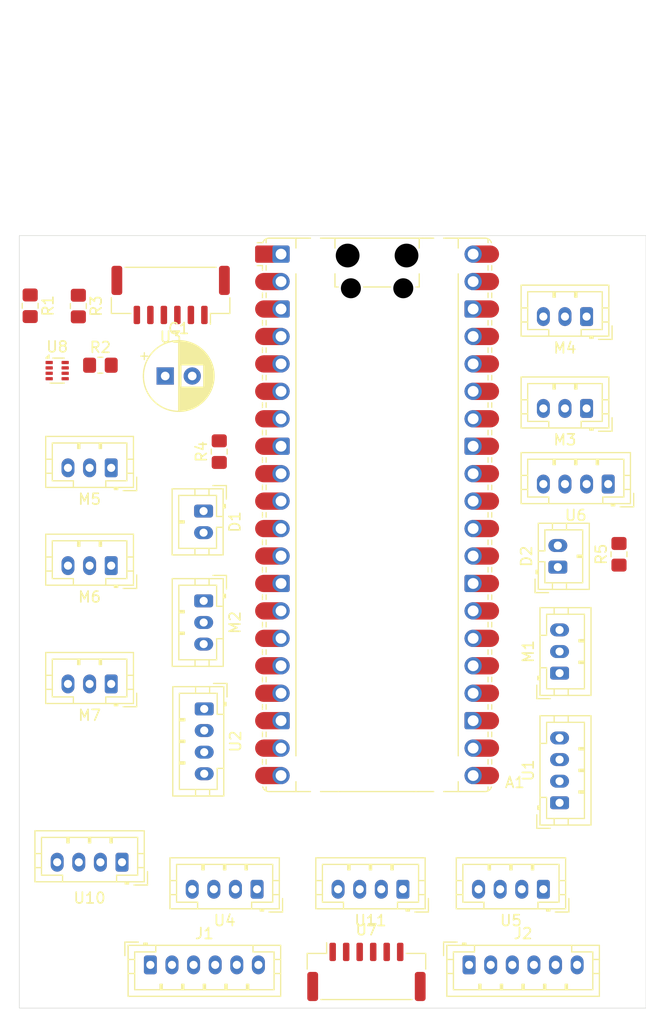
<source format=kicad_pcb>
(kicad_pcb (version 20241229) (generator "pcbnew") (generator_version "9.0")
  (layers (0 "F.Cu" signal) (2 "B.Cu" signal) (5 "F.SilkS" user "F.Silkscreen") (7 "B.SilkS" user "B.Silkscreen") (1 "F.Mask" user) (3 "B.Mask" user) (25 "Edge.Cuts" user))
  (net 0 "")
  (net 1 "/range_3_echo")
  (net 2 "/aileron_left")
  (net 3 "/aileron_right")
  (net 4 "/prop_esc")
  (net 5 "GND")
  (net 6 "/rudder")
  (net 7 "/VUSB")
  (net 8 "/elevator")
  (net 9 "/spi_clock")
  (net 10 "/spi_miso")
  (net 11 "/m7")
  (net 12 "/range_1_echo")
  (net 13 "/radio_rx_mcu_tx")
  (net 14 "/m6")
  (net 16 "/i2c_scl")
  (net 17 "/mission_tx_mcu_rx")
  (net 18 "/mission_rx_mcu_tx")
  (net 20 "/i2c_sda")
  (net 23 "/range_1_trig")
  (net 24 "/radio_rts_mcu_cts")
  (net 25 "/spi_cs_5")
  (net 26 "/radio_cts_mcu_rts")
  (net 27 "+5V")
  (net 28 "/spi_cs_17")
  (net 29 "/range_3_trig")
  (net 30 "/radio_rx_mcu_rx")
  (net 31 "/range_2_trig")
  (net 32 "/spi_mosi")
  (net 33 "/range_2_echo")
  (net 34 "Net-(D1-A)")
  (net 35 "Net-(D2-A)")
  (net 36 "Net-(U8-PR1)")
  (net 37 "/VESC")
  (net 38 "Net-(U8-ST)")
  (net 39 "/radio_tx_mcu_rx")
  (footprint "Resistor_SMD:R_0805_2012Metric_Pad1.20x1.40mm_HandSolder" (layer "F.Cu") (at 177.5 86 -90)
    (property "Reference" "R1" (at 0 -1.65 270) (layer "F.SilkS"))
    (property "Value" "R")
    (pad "1" smd roundrect (at -1 0 270) (size 1.2 1.4) (layers "F.Cu" "F.Mask" "F.Paste") (roundrect_rratio 0.208333) (net 37 "/VESC"))
    (pad "2" smd roundrect (at 1 0 270) (size 1.2 1.4) (layers "F.Cu" "F.Mask" "F.Paste") (roundrect_rratio 0.208333) (net 36 "Net-(U8-PR1)"))
  )
  (footprint "Package_TO_SOT_SMD:SOT-583-8" (layer "F.Cu") (at 180 92)
    (property "Reference" "U8" (at 0 -2.2 0) (layer "F.SilkS"))
    (property "Value" "TPS2117DRLR")
    (pad "1" smd roundrect (at -0.74 -0.75) (size 0.67 0.3) (layers "F.Cu" "F.Mask" "F.Paste") (roundrect_rratio 0.1666666667) (net 5 "GND"))
    (pad "2" smd roundrect (at -0.74 -0.25) (size 0.67 0.3) (layers "F.Cu" "F.Mask" "F.Paste") (roundrect_rratio 0.1666666667) (net 27 "+5V"))
    (pad "3" smd roundrect (at -0.74 0.25) (size 0.67 0.3) (layers "F.Cu" "F.Mask" "F.Paste") (roundrect_rratio 0.1666666667) (net 37 "/VESC"))
    (pad "4" smd roundrect (at -0.74 0.75) (size 0.67 0.3) (layers "F.Cu" "F.Mask" "F.Paste") (roundrect_rratio 0.1666666667) (net 36 "Net-(U8-PR1)"))
    (pad "5" smd roundrect (at 0.74 0.75) (size 0.67 0.3) (layers "F.Cu" "F.Mask" "F.Paste") (roundrect_rratio 0.1666666667) (net 37 "/VESC"))
    (pad "6" smd roundrect (at 0.74 0.25) (size 0.67 0.3) (layers "F.Cu" "F.Mask" "F.Paste") (roundrect_rratio 0.1666666667) (net 7 "/VUSB"))
    (pad "7" smd roundrect (at 0.74 -0.25) (size 0.67 0.3) (layers "F.Cu" "F.Mask" "F.Paste") (roundrect_rratio 0.1666666667) (net 27 "+5V"))
    (pad "8" smd roundrect (at 0.74 -0.75) (size 0.67 0.3) (layers "F.Cu" "F.Mask" "F.Paste") (roundrect_rratio 0.1666666667) (net 38 "Net-(U8-ST)"))
  )
  (footprint "Connector_JST:JST_PH_B3B-PH-K_1x03_P2.00mm_Vertical" (layer "F.Cu") (at 226.5 120 90)
    (property "Reference" "M1" (at 2 -2.9 90) (layer "F.SilkS"))
    (property "Value" "Aileron_Left")
    (pad "1" thru_hole roundrect (at 0 0 90) (size 1.2 1.75) (drill 0.75) (layers "*.Cu" "*.Mask") (roundrect_rratio 0.208333) (net 2 "/aileron_left"))
    (pad "2" thru_hole oval (at 2 0 90) (size 1.2 1.75) (drill 0.75) (layers "*.Cu" "*.Mask") (net 27 "+5V"))
    (pad "3" thru_hole oval (at 4 0 90) (size 1.2 1.75) (drill 0.75) (layers "*.Cu" "*.Mask") (net 5 "GND"))
  )
  (footprint "Capacitor_THT:CP_Radial_D6.3mm_P2.50mm" (layer "F.Cu") (at 190 92.5)
    (property "Reference" "C1" (at 1.25 -4.4 0) (layer "F.SilkS"))
    (property "Value" "C_Polarized")
    (pad "1" thru_hole rect (at 0 0) (size 1.6 1.6) (drill 0.8) (layers "*.Cu" "*.Mask") (net 27 "+5V"))
    (pad "2" thru_hole circle (at 2.5 0) (size 1.6 1.6) (drill 0.8) (layers "*.Cu" "*.Mask") (net 5 "GND"))
  )
  (footprint "Connector_JST:JST_PH_B4B-PH-K_1x04_P2.00mm_Vertical" (layer "F.Cu") (at 212 140 180)
    (property "Reference" "U11" (at 3 -2.9 0) (layer "F.SilkS"))
    (property "Value" "PitotPX4")
    (pad "1" thru_hole roundrect (at 0 0 180) (size 1.2 1.75) (drill 0.75) (layers "*.Cu" "*.Mask") (roundrect_rratio 0.208333) (net 5 "GND"))
    (pad "2" thru_hole oval (at 2 0 180) (size 1.2 1.75) (drill 0.75) (layers "*.Cu" "*.Mask") (net 27 "+5V"))
    (pad "3" thru_hole oval (at 4 0 180) (size 1.2 1.75) (drill 0.75) (layers "*.Cu" "*.Mask") (net 20 "/i2c_sda"))
    (pad "4" thru_hole oval (at 6 0 180) (size 1.2 1.75) (drill 0.75) (layers "*.Cu" "*.Mask") (net 16 "/i2c_scl"))
  )
  (footprint "Resistor_SMD:R_0805_2012Metric_Pad1.20x1.40mm_HandSolder" (layer "F.Cu") (at 181.96 86.025 -90)
    (property "Reference" "R3" (at 0 -1.65 270) (layer "F.SilkS"))
    (property "Value" "10k")
    (pad "1" smd roundrect (at -1 0 270) (size 1.2 1.4) (layers "F.Cu" "F.Mask" "F.Paste") (roundrect_rratio 0.208333) (net 38 "Net-(U8-ST)"))
    (pad "2" smd roundrect (at 1 0 270) (size 1.2 1.4) (layers "F.Cu" "F.Mask" "F.Paste") (roundrect_rratio 0.208333) (net 37 "/VESC"))
  )
  (footprint "Resistor_SMD:R_0805_2012Metric_Pad1.20x1.40mm_HandSolder" (layer "F.Cu") (at 195 99.5 90)
    (property "Reference" "R4" (at 0 -1.65 90) (layer "F.SilkS"))
    (property "Value" "R")
    (pad "1" smd roundrect (at -1 0 90) (size 1.2 1.4) (layers "F.Cu" "F.Mask" "F.Paste") (roundrect_rratio 0.208333) (net 34 "Net-(D1-A)"))
    (pad "2" smd roundrect (at 1 0 90) (size 1.2 1.4) (layers "F.Cu" "F.Mask" "F.Paste") (roundrect_rratio 0.208333) (net 27 "+5V"))
  )
  (footprint "Resistor_SMD:R_0805_2012Metric_Pad1.20x1.40mm_HandSolder" (layer "F.Cu") (at 184 91.5)
    (property "Reference" "R2" (at 0 -1.65 0) (layer "F.SilkS"))
    (property "Value" "R")
    (pad "1" smd roundrect (at -1 0) (size 1.2 1.4) (layers "F.Cu" "F.Mask" "F.Paste") (roundrect_rratio 0.208333) (net 36 "Net-(U8-PR1)"))
    (pad "2" smd roundrect (at 1 0) (size 1.2 1.4) (layers "F.Cu" "F.Mask" "F.Paste") (roundrect_rratio 0.208333) (net 5 "GND"))
  )
  (footprint "Connector_JST:JST_PH_B4B-PH-K_1x04_P2.00mm_Vertical" (layer "F.Cu") (at 225 140 180)
    (property "Reference" "U5" (at 3 -2.9 0) (layer "F.SilkS"))
    (property "Value" "IMU")
    (pad "1" thru_hole roundrect (at 0 0 180) (size 1.2 1.75) (drill 0.75) (layers "*.Cu" "*.Mask") (roundrect_rratio 0.208333) (net 5 "GND"))
    (pad "2" thru_hole oval (at 2 0 180) (size 1.2 1.75) (drill 0.75) (layers "*.Cu" "*.Mask") (net 27 "+5V"))
    (pad "3" thru_hole oval (at 4 0 180) (size 1.2 1.75) (drill 0.75) (layers "*.Cu" "*.Mask") (net 20 "/i2c_sda"))
    (pad "4" thru_hole oval (at 6 0 180) (size 1.2 1.75) (drill 0.75) (layers "*.Cu" "*.Mask") (net 16 "/i2c_scl"))
  )
  (footprint "Connector_JST:JST_PH_B2B-PH-K_1x02_P2.00mm_Vertical" (layer "F.Cu") (at 193.55 105 -90)
    (property "Reference" "D1" (at 1 -2.9 90) (layer "F.SilkS"))
    (property "Value" "LED")
    (pad "1" thru_hole roundrect (at 0 0 270) (size 1.2 1.75) (drill 0.75) (layers "*.Cu" "*.Mask") (roundrect_rratio 0.208333) (net 5 "GND"))
    (pad "2" thru_hole oval (at 2 0 270) (size 1.2 1.75) (drill 0.75) (layers "*.Cu" "*.Mask") (net 34 "Net-(D1-A)"))
  )
  (footprint "Connector_JST:JST_PH_B4B-PH-K_1x04_P2.00mm_Vertical" (layer "F.Cu") (at 186 137.5 180)
    (property "Reference" "U10" (at 3 -3.3125 0) (layer "F.SilkS"))
    (property "Value" "I2C")
    (pad "1" thru_hole roundrect (at 0 0 180) (size 1.2 1.75) (drill 0.75) (layers "*.Cu" "*.Mask") (roundrect_rratio 0.208333) (net 5 "GND"))
    (pad "2" thru_hole oval (at 2 0 180) (size 1.2 1.75) (drill 0.75) (layers "*.Cu" "*.Mask") (net 27 "+5V"))
    (pad "3" thru_hole oval (at 4 0 180) (size 1.2 1.75) (drill 0.75) (layers "*.Cu" "*.Mask") (net 20 "/i2c_sda"))
    (pad "4" thru_hole oval (at 6 0 180) (size 1.2 1.75) (drill 0.75) (layers "*.Cu" "*.Mask") (net 16 "/i2c_scl"))
  )
  (footprint "Connector_JST:JST_PH_B3B-PH-K_1x03_P2.00mm_Vertical" (layer "F.Cu") (at 229 95.5 180)
    (property "Reference" "M3" (at 2 -2.9 0) (layer "F.SilkS"))
    (property "Value" "Elevator")
    (pad "1" thru_hole roundrect (at 0 0 180) (size 1.2 1.75) (drill 0.75) (layers "*.Cu" "*.Mask") (roundrect_rratio 0.208333) (net 8 "/elevator"))
    (pad "2" thru_hole oval (at 2 0 180) (size 1.2 1.75) (drill 0.75) (layers "*.Cu" "*.Mask") (net 27 "+5V"))
    (pad "3" thru_hole oval (at 4 0 180) (size 1.2 1.75) (drill 0.75) (layers "*.Cu" "*.Mask") (net 5 "GND"))
  )
  (footprint "Connector_JST:JST_PH_B2B-PH-K_1x02_P2.00mm_Vertical" (layer "F.Cu") (at 226.34 110.1875 90)
    (property "Reference" "D2" (at 1 -2.9 90) (layer "F.SilkS"))
    (property "Value" "LED")
    (pad "1" thru_hole roundrect (at 0 0 90) (size 1.2 1.75) (drill 0.75) (layers "*.Cu" "*.Mask") (roundrect_rratio 0.208333) (net 5 "GND"))
    (pad "2" thru_hole oval (at 2 0 90) (size 1.2 1.75) (drill 0.75) (layers "*.Cu" "*.Mask") (net 35 "Net-(D2-A)"))
  )
  (footprint "Connector_JST:JST_PH_B6B-PH-K_1x06_P2.00mm_Vertical" (layer "F.Cu") (at 188.625 147)
    (property "Reference" "J1" (at 5 -2.9 0) (layer "F.SilkS"))
    (property "Value" "SPI Bus 17")
    (pad "1" thru_hole roundrect (at 0 0) (size 1.2 1.75) (drill 0.75) (layers "*.Cu" "*.Mask") (roundrect_rratio 0.208333) (net 5 "GND"))
    (pad "2" thru_hole oval (at 2 0) (size 1.2 1.75) (drill 0.75) (layers "*.Cu" "*.Mask") (net 27 "+5V"))
    (pad "3" thru_hole oval (at 4 0) (size 1.2 1.75) (drill 0.75) (layers "*.Cu" "*.Mask") (net 9 "/spi_clock"))
    (pad "4" thru_hole oval (at 6 0) (size 1.2 1.75) (drill 0.75) (layers "*.Cu" "*.Mask") (net 10 "/spi_miso"))
    (pad "5" thru_hole oval (at 8 0) (size 1.2 1.75) (drill 0.75) (layers "*.Cu" "*.Mask") (net 32 "/spi_mosi"))
    (pad "6" thru_hole oval (at 10 0) (size 1.2 1.75) (drill 0.75) (layers "*.Cu" "*.Mask") (net 28 "/spi_cs_17"))
  )
  (footprint "Connector_JST:JST_PH_B3B-PH-K_1x03_P2.00mm_Vertical" (layer "F.Cu") (at 193.56 113.3125 -90)
    (property "Reference" "M2" (at 2 -2.9 90) (layer "F.SilkS"))
    (property "Value" "Aileron_Right")
    (pad "1" thru_hole roundrect (at 0 0 270) (size 1.2 1.75) (drill 0.75) (layers "*.Cu" "*.Mask") (roundrect_rratio 0.208333) (net 3 "/aileron_right"))
    (pad "2" thru_hole oval (at 2 0 270) (size 1.2 1.75) (drill 0.75) (layers "*.Cu" "*.Mask") (net 27 "+5V"))
    (pad "3" thru_hole oval (at 4 0 270) (size 1.2 1.75) (drill 0.75) (layers "*.Cu" "*.Mask") (net 5 "GND"))
  )
  (footprint "Connector_JST:JST_PH_B3B-PH-K_1x03_P2.00mm_Vertical" (layer "F.Cu") (at 185 101 180)
    (property "Reference" "M5" (at 2 -2.9 0) (layer "F.SilkS"))
    (property "Value" "Speed Controller")
    (pad "1" thru_hole roundrect (at 0 0 180) (size 1.2 1.75) (drill 0.75) (layers "*.Cu" "*.Mask") (roundrect_rratio 0.208333) (net 4 "/prop_esc"))
    (pad "2" thru_hole oval (at 2 0 180) (size 1.2 1.75) (drill 0.75) (layers "*.Cu" "*.Mask") (net 27 "+5V"))
    (pad "3" thru_hole oval (at 4 0 180) (size 1.2 1.75) (drill 0.75) (layers "*.Cu" "*.Mask") (net 5 "GND"))
  )
  (footprint "Connector_JST:JST_PH_B3B-PH-K_1x03_P2.00mm_Vertical" (layer "F.Cu") (at 185 121 180)
    (property "Reference" "M7" (at 2 -2.9 0) (layer "F.SilkS"))
    (property "Value" "Unassigned")
    (pad "1" thru_hole roundrect (at 0 0 180) (size 1.2 1.75) (drill 0.75) (layers "*.Cu" "*.Mask") (roundrect_rratio 0.208333) (net 11 "/m7"))
    (pad "2" thru_hole oval (at 2 0 180) (size 1.2 1.75) (drill 0.75) (layers "*.Cu" "*.Mask") (net 27 "+5V"))
    (pad "3" thru_hole oval (at 4 0 180) (size 1.2 1.75) (drill 0.75) (layers "*.Cu" "*.Mask") (net 5 "GND"))
  )
  (footprint "Connector_JST:JST_PH_B4B-PH-K_1x04_P2.00mm_Vertical" (layer "F.Cu") (at 198.5 140 180)
    (property "Reference" "U4" (at 3 -2.9 0) (layer "F.SilkS"))
    (property "Value" "TBD Ranging")
    (pad "1" thru_hole roundrect (at 0 0 180) (size 1.2 1.75) (drill 0.75) (layers "*.Cu" "*.Mask") (roundrect_rratio 0.208333) (net 5 "GND"))
    (pad "2" thru_hole oval (at 2 0 180) (size 1.2 1.75) (drill 0.75) (layers "*.Cu" "*.Mask") (net 29 "/range_3_trig"))
    (pad "3" thru_hole oval (at 4 0 180) (size 1.2 1.75) (drill 0.75) (layers "*.Cu" "*.Mask") (net 1 "/range_3_echo"))
    (pad "4" thru_hole oval (at 6 0 180) (size 1.2 1.75) (drill 0.75) (layers "*.Cu" "*.Mask") (net 27 "+5V"))
  )
  (footprint "Connector_JST:JST_GH_SM06B-GHS-TB_1x06-1MP_P1.25mm_Horizontal" (layer "F.Cu") (at 208.625 147.65)
    (property "Reference" "U7" (at 0 -3.9 0) (layer "F.SilkS"))
    (property "Value" "MissionComputerSerial")
    (pad "1" smd roundrect (at -3.125 -1.85) (size 0.6 1.7) (layers "F.Cu" "F.Mask" "F.Paste") (net 7 "/VUSB"))
    (pad "2" smd roundrect (at -1.875 -1.85) (size 0.6 1.7) (layers "F.Cu" "F.Mask" "F.Paste") (net 17 "/mission_tx_mcu_rx"))
    (pad "3" smd roundrect (at -0.625 -1.85) (size 0.6 1.7) (layers "F.Cu" "F.Mask" "F.Paste") (net 18 "/mission_rx_mcu_tx"))
    (pad "4" smd roundrect (at 0.625 -1.85) (size 0.6 1.7) (layers "F.Cu" "F.Mask" "F.Paste"))
    (pad "5" smd roundrect (at 1.875 -1.85) (size 0.6 1.7) (layers "F.Cu" "F.Mask" "F.Paste"))
    (pad "6" smd roundrect (at 3.125 -1.85) (size 0.6 1.7) (layers "F.Cu" "F.Mask" "F.Paste") (net 5 "GND"))
    (pad "MP" smd roundrect (at -4.975 1.35) (size 1 2.7) (layers "F.Cu" "F.Mask" "F.Paste"))
    (pad "MP" smd roundrect (at 4.975 1.35) (size 1 2.7) (layers "F.Cu" "F.Mask" "F.Paste"))
  )
  (footprint "Connector_JST:JST_GH_SM06B-GHS-TB_1x06-1MP_P1.25mm_Horizontal" (layer "F.Cu") (at 190.5 85 180)
    (property "Reference" "U3" (at 0 -3.9 0) (layer "F.SilkS"))
    (property "Value" "PX4TelemRadio")
    (pad "1" smd roundrect (at -3.125 -1.85 180) (size 0.6 1.7) (layers "F.Cu" "F.Mask" "F.Paste") (net 27 "+5V"))
    (pad "2" smd roundrect (at -1.875 -1.85 180) (size 0.6 1.7) (layers "F.Cu" "F.Mask" "F.Paste") (net 39 "/radio_tx_mcu_rx"))
    (pad "3" smd roundrect (at -0.625 -1.85 180) (size 0.6 1.7) (layers "F.Cu" "F.Mask" "F.Paste") (net 13 "/radio_rx_mcu_tx"))
    (pad "4" smd roundrect (at 0.625 -1.85 180) (size 0.6 1.7) (layers "F.Cu" "F.Mask" "F.Paste") (net 26 "/radio_cts_mcu_rts"))
    (pad "5" smd roundrect (at 1.875 -1.85 180) (size 0.6 1.7) (layers "F.Cu" "F.Mask" "F.Paste") (net 24 "/radio_rts_mcu_cts"))
    (pad "6" smd roundrect (at 3.125 -1.85 180) (size 0.6 1.7) (layers "F.Cu" "F.Mask" "F.Paste") (net 5 "GND"))
    (pad "MP" smd roundrect (at -4.975 1.35 180) (size 1 2.7) (layers "F.Cu" "F.Mask" "F.Paste"))
    (pad "MP" smd roundrect (at 4.975 1.35 180) (size 1 2.7) (layers "F.Cu" "F.Mask" "F.Paste"))
  )
  (footprint "Connector_JST:JST_PH_B3B-PH-K_1x03_P2.00mm_Vertical" (layer "F.Cu") (at 185 110.05 180)
    (property "Reference" "M6" (at 2 -2.9 0) (layer "F.SilkS"))
    (property "Value" "Unassigned")
    (pad "1" thru_hole roundrect (at 0 0 180) (size 1.2 1.75) (drill 0.75) (layers "*.Cu" "*.Mask") (roundrect_rratio 0.208333) (net 14 "/m6"))
    (pad "2" thru_hole oval (at 2 0 180) (size 1.2 1.75) (drill 0.75) (layers "*.Cu" "*.Mask") (net 27 "+5V"))
    (pad "3" thru_hole oval (at 4 0 180) (size 1.2 1.75) (drill 0.75) (layers "*.Cu" "*.Mask") (net 5 "GND"))
  )
  (footprint "Connector_JST:JST_PH_B4B-PH-K_1x04_P2.00mm_Vertical" (layer "F.Cu") (at 226.5 132 90)
    (property "Reference" "U1" (at 3 -2.9 90) (layer "F.SilkS"))
    (property "Value" "Left Ranging")
    (pad "1" thru_hole roundrect (at 0 0 90) (size 1.2 1.75) (drill 0.75) (layers "*.Cu" "*.Mask") (roundrect_rratio 0.208333) (net 5 "GND"))
    (pad "2" thru_hole oval (at 2 0 90) (size 1.2 1.75) (drill 0.75) (layers "*.Cu" "*.Mask") (net 23 "/range_1_trig"))
    (pad "3" thru_hole oval (at 4 0 90) (size 1.2 1.75) (drill 0.75) (layers "*.Cu" "*.Mask") (net 12 "/range_1_echo"))
    (pad "4" thru_hole oval (at 6 0 90) (size 1.2 1.75) (drill 0.75) (layers "*.Cu" "*.Mask") (net 27 "+5V"))
  )
  (footprint "Resistor_SMD:R_0805_2012Metric_Pad1.20x1.40mm_HandSolder" (layer "F.Cu") (at 232 109 90)
    (property "Reference" "R5" (at 0 -1.65 90) (layer "F.SilkS"))
    (property "Value" "R")
    (pad "1" smd roundrect (at -1 0 90) (size 1.2 1.4) (layers "F.Cu" "F.Mask" "F.Paste") (roundrect_rratio 0.208333) (net 35 "Net-(D2-A)"))
    (pad "2" smd roundrect (at 1 0 90) (size 1.2 1.4) (layers "F.Cu" "F.Mask" "F.Paste") (roundrect_rratio 0.208333) (net 27 "+5V"))
  )
  (footprint "Module:RaspberryPi_Pico_Common_Unspecified" (layer "F.Cu") (at 209.61 105.35)
    (property "Reference" "A1" (at 11.7475 24.765 0) (layer "F.SilkS") (effects (justify left)))
    (property "Value" "RaspberryPi_Pico")
    (pad "" np_thru_hole circle (at -2.725 -24) (size 2.2 2.2) (drill 2.2) (layers "*.Mask"))
    (pad "" np_thru_hole circle (at -2.425 -20.97) (size 1.85 1.85) (drill 1.85) (layers "*.Mask"))
    (pad "" np_thru_hole circle (at 2.425 -20.97) (size 1.85 1.85) (drill 1.85) (layers "*.Mask"))
    (pad "" np_thru_hole circle (at 2.725 -24) (size 2.2 2.2) (drill 2.2) (layers "*.Mask"))
    (pad "1" smd custom (at -9.69 -24.13) (size 1.6 0.8) (layers "F.Cu" "F.Mask") (net 13 "/radio_rx_mcu_tx") (options (clearance outline) (anchor rect)) (primitives (gr_circle (center 0.8 0) (end 1.6 0) (width 0) (fill yes)) (gr_poly (pts (xy -1.6 -0.6) (xy -1.6 0.6) (xy -1.4 0.8) (xy 0.8 0.8) (xy 0.8 -0.8) (xy -1.4 -0.8)) (width 0) (fill yes)) (gr_circle (center -1.4 -0.6) (end -1.2 -0.6) (width 0) (fill yes)) (gr_circle (center -1.4 0.6) (end -1.2 0.6) (width 0) (fill yes))))
    (pad "1" thru_hole roundrect (at -8.89 -24.13) (size 1.6 1.6) (drill 1) (layers "*.Cu" "*.Mask") (roundrect_rratio 0.125) (net 13 "/radio_rx_mcu_tx"))
    (pad "2" smd roundrect (at -9.69 -21.59) (size 3.2 1.6) (layers "F.Cu" "F.Mask") (roundrect_rratio 0.5) (net 30 "/radio_rx_mcu_rx"))
    (pad "2" thru_hole circle (at -8.89 -21.59) (size 1.6 1.6) (drill 1) (layers "*.Cu" "*.Mask") (net 30 "/radio_rx_mcu_rx"))
    (pad "3" smd custom (at -9.69 -19.05) (size 1.6 0.8) (layers "F.Cu" "F.Mask") (net 5 "GND") (options (clearance outline) (anchor rect)) (primitives (gr_circle (center -0.8 0) (end 0 0) (width 0) (fill yes)) (gr_poly (pts (xy 1.6 -0.6) (xy 1.6 0.6) (xy 1.4 0.8) (xy -0.8 0.8) (xy -0.8 -0.8) (xy 1.4 -0.8)) (width 0) (fill yes)) (gr_circle (center 1.4 -0.6) (end 1.6 -0.6) (width 0) (fill yes)) (gr_circle (center 1.4 0.6) (end 1.6 0.6) (width 0) (fill yes))))
    (pad "3" thru_hole custom (at -8.89 -19.05) (size 1.6 1.6) (drill 1) (layers "*.Cu" "*.Mask") (net 5 "GND") (options (clearance outline) (anchor circle)) (primitives (gr_poly (pts (xy 0.8 0.6) (xy 0.8 -0.6) (xy 0.6 -0.8) (xy 0 -0.8) (xy 0 0.8) (xy 0.6 0.8)) (width 0) (fill yes)) (gr_circle (center 0.6 0.6) (end 0.8 0.6) (width 0) (fill yes)) (gr_circle (center 0.6 -0.6) (end 0.8 -0.6) (width 0) (fill yes))))
    (pad "4" smd roundrect (at -9.69 -16.51) (size 3.2 1.6) (layers "F.Cu" "F.Mask") (roundrect_rratio 0.5) (net 24 "/radio_rts_mcu_cts"))
    (pad "4" thru_hole circle (at -8.89 -16.51) (size 1.6 1.6) (drill 1) (layers "*.Cu" "*.Mask") (net 24 "/radio_rts_mcu_cts"))
    (pad "5" smd roundrect (at -9.69 -13.97) (size 3.2 1.6) (layers "F.Cu" "F.Mask") (roundrect_rratio 0.5) (net 26 "/radio_cts_mcu_rts"))
    (pad "5" thru_hole circle (at -8.89 -13.97) (size 1.6 1.6) (drill 1) (layers "*.Cu" "*.Mask") (net 26 "/radio_cts_mcu_rts"))
    (pad "6" smd roundrect (at -9.69 -11.43) (size 3.2 1.6) (layers "F.Cu" "F.Mask") (roundrect_rratio 0.5) (net 23 "/range_1_trig"))
    (pad "6" thru_hole circle (at -8.89 -11.43) (size 1.6 1.6) (drill 1) (layers "*.Cu" "*.Mask") (net 23 "/range_1_trig"))
    (pad "7" smd roundrect (at -9.69 -8.89) (size 3.2 1.6) (layers "F.Cu" "F.Mask") (roundrect_rratio 0.5) (net 25 "/spi_cs_5"))
    (pad "7" thru_hole circle (at -8.89 -8.89) (size 1.6 1.6) (drill 1) (layers "*.Cu" "*.Mask") (net 25 "/spi_cs_5"))
    (pad "8" smd custom (at -9.69 -6.35) (size 1.6 0.8) (layers "F.Cu" "F.Mask") (net 5 "GND") (options (clearance outline) (anchor rect)) (primitives (gr_circle (center -0.8 0) (end 0 0) (width 0) (fill yes)) (gr_poly (pts (xy 1.6 -0.6) (xy 1.6 0.6) (xy 1.4 0.8) (xy -0.8 0.8) (xy -0.8 -0.8) (xy 1.4 -0.8)) (width 0) (fill yes)) (gr_circle (center 1.4 -0.6) (end 1.6 -0.6) (width 0) (fill yes)) (gr_circle (center 1.4 0.6) (end 1.6 0.6) (width 0) (fill yes))))
    (pad "8" thru_hole custom (at -8.89 -6.35) (size 1.6 1.6) (drill 1) (layers "*.Cu" "*.Mask") (net 5 "GND") (options (clearance outline) (anchor circle)) (primitives (gr_poly (pts (xy 0.8 0.6) (xy 0.8 -0.6) (xy 0.6 -0.8) (xy 0 -0.8) (xy 0 0.8) (xy 0.6 0.8)) (width 0) (fill yes)) (gr_circle (center 0.6 0.6) (end 0.8 0.6) (width 0) (fill yes)) (gr_circle (center 0.6 -0.6) (end 0.8 -0.6) (width 0) (fill yes))))
    (pad "9" smd roundrect (at -9.69 -3.81) (size 3.2 1.6) (layers "F.Cu" "F.Mask") (roundrect_rratio 0.5) (net 2 "/aileron_left"))
    (pad "9" thru_hole circle (at -8.89 -3.81) (size 1.6 1.6) (drill 1) (layers "*.Cu" "*.Mask") (net 2 "/aileron_left"))
    (pad "10" smd roundrect (at -9.69 -1.27) (size 3.2 1.6) (layers "F.Cu" "F.Mask") (roundrect_rratio 0.5) (net 3 "/aileron_right"))
    (pad "10" thru_hole circle (at -8.89 -1.27) (size 1.6 1.6) (drill 1) (layers "*.Cu" "*.Mask") (net 3 "/aileron_right"))
    (pad "11" smd roundrect (at -9.69 1.27) (size 3.2 1.6) (layers "F.Cu" "F.Mask") (roundrect_rratio 0.5) (net 6 "/rudder"))
    (pad "11" thru_hole circle (at -8.89 1.27) (size 1.6 1.6) (drill 1) (layers "*.Cu" "*.Mask") (net 6 "/rudder"))
    (pad "12" smd roundrect (at -9.69 3.81) (size 3.2 1.6) (layers "F.Cu" "F.Mask") (roundrect_rratio 0.5) (net 8 "/elevator"))
    (pad "12" thru_hole circle (at -8.89 3.81) (size 1.6 1.6) (drill 1) (layers "*.Cu" "*.Mask") (net 8 "/elevator"))
    (pad "13" smd custom (at -9.69 6.35) (size 1.6 0.8) (layers "F.Cu" "F.Mask") (net 5 "GND") (options (clearance outline) (anchor rect)) (primitives (gr_circle (center -0.8 0) (end 0 0) (width 0) (fill yes)) (gr_poly (pts (xy 1.6 -0.6) (xy 1.6 0.6) (xy 1.4 0.8) (xy -0.8 0.8) (xy -0.8 -0.8) (xy 1.4 -0.8)) (width 0) (fill yes)) (gr_circle (center 1.4 -0.6) (end 1.6 -0.6) (width 0) (fill yes)) (gr_circle (center 1.4 0.6) (end 1.6 0.6) (width 0) (fill yes))))
    (pad "13" thru_hole custom (at -8.89 6.35) (size 1.6 1.6) (drill 1) (layers "*.Cu" "*.Mask") (net 5 "GND") (options (clearance outline) (anchor circle)) (primitives (gr_poly (pts (xy 0.8 0.6) (xy 0.8 -0.6) (xy 0.6 -0.8) (xy 0 -0.8) (xy 0 0.8) (xy 0.6 0.8)) (width 0) (fill yes)) (gr_circle (center 0.6 0.6) (end 0.8 0.6) (width 0) (fill yes)) (gr_circle (center 0.6 -0.6) (end 0.8 -0.6) (width 0) (fill yes))))
    (pad "14" smd roundrect (at -9.69 8.89) (size 3.2 1.6) (layers "F.Cu" "F.Mask") (roundrect_rratio 0.5) (net 4 "/prop_esc"))
    (pad "14" thru_hole circle (at -8.89 8.89) (size 1.6 1.6) (drill 1) (layers "*.Cu" "*.Mask") (net 4 "/prop_esc"))
    (pad "15" smd roundrect (at -9.69 11.43) (size 3.2 1.6) (layers "F.Cu" "F.Mask") (roundrect_rratio 0.5) (net 1 "/range_3_echo"))
    (pad "15" thru_hole circle (at -8.89 11.43) (size 1.6 1.6) (drill 1) (layers "*.Cu" "*.Mask") (net 1 "/range_3_echo"))
    (pad "16" smd roundrect (at -9.69 13.97) (size 3.2 1.6) (layers "F.Cu" "F.Mask") (roundrect_rratio 0.5) (net 14 "/m6"))
    (pad "16" thru_hole circle (at -8.89 13.97) (size 1.6 1.6) (drill 1) (layers "*.Cu" "*.Mask") (net 14 "/m6"))
    (pad "17" smd roundrect (at -9.69 16.51) (size 3.2 1.6) (layers "F.Cu" "F.Mask") (roundrect_rratio 0.5) (net 11 "/m7"))
    (pad "17" thru_hole circle (at -8.89 16.51) (size 1.6 1.6) (drill 1) (layers "*.Cu" "*.Mask") (net 11 "/m7"))
    (pad "18" smd custom (at -9.69 19.05) (size 1.6 0.8) (layers "F.Cu" "F.Mask") (net 5 "GND") (options (clearance outline) (anchor rect)) (primitives (gr_circle (center -0.8 0) (end 0 0) (width 0) (fill yes)) (gr_poly (pts (xy 1.6 -0.6) (xy 1.6 0.6) (xy 1.4 0.8) (xy -0.8 0.8) (xy -0.8 -0.8) (xy 1.4 -0.8)) (width 0) (fill yes)) (gr_circle (center 1.4 -0.6) (end 1.6 -0.6) (width 0) (fill yes)) (gr_circle (center 1.4 0.6) (end 1.6 0.6) (width 0) (fill yes))))
    (pad "18" thru_hole custom (at -8.89 19.05) (size 1.6 1.6) (drill 1) (layers "*.Cu" "*.Mask") (net 5 "GND") (options (clearance outline) (anchor circle)) (primitives (gr_poly (pts (xy 0.8 0.6) (xy 0.8 -0.6) (xy 0.6 -0.8) (xy 0 -0.8) (xy 0 0.8) (xy 0.6 0.8)) (width 0) (fill yes)) (gr_circle (center 0.6 0.6) (end 0.8 0.6) (width 0) (fill yes)) (gr_circle (center 0.6 -0.6) (end 0.8 -0.6) (width 0) (fill yes))))
    (pad "19" smd roundrect (at -9.69 21.59) (size 3.2 1.6) (layers "F.Cu" "F.Mask") (roundrect_rratio 0.5) (net 20 "/i2c_sda"))
    (pad "19" thru_hole circle (at -8.89 21.59) (size 1.6 1.6) (drill 1) (layers "*.Cu" "*.Mask") (net 20 "/i2c_sda"))
    (pad "20" smd roundrect (at -9.69 24.13) (size 3.2 1.6) (layers "F.Cu" "F.Mask") (roundrect_rratio 0.5) (net 16 "/i2c_scl"))
    (pad "20" thru_hole circle (at -8.89 24.13) (size 1.6 1.6) (drill 1) (layers "*.Cu" "*.Mask") (net 16 "/i2c_scl"))
    (pad "21" thru_hole circle (at 8.89 24.13) (size 1.6 1.6) (drill 1) (layers "*.Cu" "*.Mask") (net 10 "/spi_miso"))
    (pad "21" smd roundrect (at 9.69 24.13) (size 3.2 1.6) (layers "F.Cu" "F.Mask") (roundrect_rratio 0.5) (net 10 "/spi_miso"))
    (pad "22" thru_hole circle (at 8.89 21.59) (size 1.6 1.6) (drill 1) (layers "*.Cu" "*.Mask") (net 28 "/spi_cs_17"))
    (pad "22" smd roundrect (at 9.69 21.59) (size 3.2 1.6) (layers "F.Cu" "F.Mask") (roundrect_rratio 0.5) (net 28 "/spi_cs_17"))
    (pad "23" thru_hole custom (at 8.89 19.05) (size 1.6 1.6) (drill 1) (layers "*.Cu" "*.Mask") (net 5 "GND") (options (clearance outline) (anchor circle)) (primitives (gr_poly (pts (xy -0.8 0.6) (xy -0.8 -0.6) (xy -0.6 -0.8) (xy 0 -0.8) (xy 0 0.8) (xy -0.6 0.8)) (width 0) (fill yes)) (gr_circle (center -0.6 0.6) (end -0.4 0.6) (width 0) (fill yes)) (gr_circle (center -0.6 -0.6) (end -0.4 -0.6) (width 0) (fill yes))))
    (pad "23" smd custom (at 9.69 19.05) (size 1.6 0.8) (layers "F.Cu" "F.Mask") (net 5 "GND") (options (clearance outline) (anchor rect)) (primitives (gr_circle (center 0.8 0) (end 1.6 0) (width 0) (fill yes)) (gr_poly (pts (xy -1.6 -0.6) (xy -1.6 0.6) (xy -1.4 0.8) (xy 0.8 0.8) (xy 0.8 -0.8) (xy -1.4 -0.8)) (width 0) (fill yes)) (gr_circle (center -1.4 -0.6) (end -1.2 -0.6) (width 0) (fill yes)) (gr_circle (center -1.4 0.6) (end -1.2 0.6) (width 0) (fill yes))))
    (pad "24" thru_hole circle (at 8.89 16.51) (size 1.6 1.6) (drill 1) (layers "*.Cu" "*.Mask") (net 9 "/spi_clock"))
    (pad "24" smd roundrect (at 9.69 16.51) (size 3.2 1.6) (layers "F.Cu" "F.Mask") (roundrect_rratio 0.5) (net 9 "/spi_clock"))
    (pad "25" thru_hole circle (at 8.89 13.97) (size 1.6 1.6) (drill 1) (layers "*.Cu" "*.Mask") (net 32 "/spi_mosi"))
    (pad "25" smd roundrect (at 9.69 13.97) (size 3.2 1.6) (layers "F.Cu" "F.Mask") (roundrect_rratio 0.5) (net 32 "/spi_mosi"))
    (pad "26" thru_hole circle (at 8.89 11.43) (size 1.6 1.6) (drill 1) (layers "*.Cu" "*.Mask") (net 18 "/mission_rx_mcu_tx"))
    (pad "26" smd roundrect (at 9.69 11.43) (size 3.2 1.6) (layers "F.Cu" "F.Mask") (roundrect_rratio 0.5) (net 18 "/mission_rx_mcu_tx"))
    (pad "27" thru_hole circle (at 8.89 8.89) (size 1.6 1.6) (drill 1) (layers "*.Cu" "*.Mask") (net 17 "/mission_tx_mcu_rx"))
    (pad "27" smd roundrect (at 9.69 8.89) (size 3.2 1.6) (layers "F.Cu" "F.Mask") (roundrect_rratio 0.5) (net 17 "/mission_tx_mcu_rx"))
    (pad "28" thru_hole custom (at 8.89 6.35) (size 1.6 1.6) (drill 1) (layers "*.Cu" "*.Mask") (net 5 "GND") (options (clearance outline) (anchor circle)) (primitives (gr_poly (pts (xy -0.8 0.6) (xy -0.8 -0.6) (xy -0.6 -0.8) (xy 0 -0.8) (xy 0 0.8) (xy -0.6 0.8)) (width 0) (fill yes)) (gr_circle (center -0.6 0.6) (end -0.4 0.6) (width 0) (fill yes)) (gr_circle (center -0.6 -0.6) (end -0.4 -0.6) (width 0) (fill yes))))
    (pad "28" smd custom (at 9.69 6.35) (size 1.6 0.8) (layers "F.Cu" "F.Mask") (net 5 "GND") (options (clearance outline) (anchor rect)) (primitives (gr_circle (center 0.8 0) (end 1.6 0) (width 0) (fill yes)) (gr_poly (pts (xy -1.6 -0.6) (xy -1.6 0.6) (xy -1.4 0.8) (xy 0.8 0.8) (xy 0.8 -0.8) (xy -1.4 -0.8)) (width 0) (fill yes)) (gr_circle (center -1.4 -0.6) (end -1.2 -0.6) (width 0) (fill yes)) (gr_circle (center -1.4 0.6) (end -1.2 0.6) (width 0) (fill yes))))
    (pad "29" thru_hole circle (at 8.89 3.81) (size 1.6 1.6) (drill 1) (layers "*.Cu" "*.Mask") (net 12 "/range_1_echo"))
    (pad "29" smd roundrect (at 9.69 3.81) (size 3.2 1.6) (layers "F.Cu" "F.Mask") (roundrect_rratio 0.5) (net 12 "/range_1_echo"))
    (pad "30" thru_hole circle (at 8.89 1.27) (size 1.6 1.6) (drill 1) (layers "*.Cu" "*.Mask"))
    (pad "30" smd roundrect (at 9.69 1.27) (size 3.2 1.6) (layers "F.Cu" "F.Mask") (roundrect_rratio 0.5))
    (pad "31" thru_hole circle (at 8.89 -1.27) (size 1.6 1.6) (drill 1) (layers "*.Cu" "*.Mask") (net 31 "/range_2_trig"))
    (pad "31" smd roundrect (at 9.69 -1.27) (size 3.2 1.6) (layers "F.Cu" "F.Mask") (roundrect_rratio 0.5) (net 31 "/range_2_trig"))
    (pad "32" thru_hole circle (at 8.89 -3.81) (size 1.6 1.6) (drill 1) (layers "*.Cu" "*.Mask") (net 33 "/range_2_echo"))
    (pad "32" smd roundrect (at 9.69 -3.81) (size 3.2 1.6) (layers "F.Cu" "F.Mask") (roundrect_rratio 0.5) (net 33 "/range_2_echo"))
    (pad "33" thru_hole custom (at 8.89 -6.35) (size 1.6 1.6) (drill 1) (layers "*.Cu" "*.Mask") (net 5 "GND") (options (clearance outline) (anchor circle)) (primitives (gr_poly (pts (xy -0.8 0.6) (xy -0.8 -0.6) (xy -0.6 -0.8) (xy 0 -0.8) (xy 0 0.8) (xy -0.6 0.8)) (width 0) (fill yes)) (gr_circle (center -0.6 0.6) (end -0.4 0.6) (width 0) (fill yes)) (gr_circle (center -0.6 -0.6) (end -0.4 -0.6) (width 0) (fill yes))))
    (pad "33" smd custom (at 9.69 -6.35) (size 1.6 0.8) (layers "F.Cu" "F.Mask") (net 5 "GND") (options (clearance outline) (anchor rect)) (primitives (gr_circle (center 0.8 0) (end 1.6 0) (width 0) (fill yes)) (gr_poly (pts (xy -1.6 -0.6) (xy -1.6 0.6) (xy -1.4 0.8) (xy 0.8 0.8) (xy 0.8 -0.8) (xy -1.4 -0.8)) (width 0) (fill yes)) (gr_circle (center -1.4 -0.6) (end -1.2 -0.6) (width 0) (fill yes)) (gr_circle (center -1.4 0.6) (end -1.2 0.6) (width 0) (fill yes))))
    (pad "34" thru_hole circle (at 8.89 -8.89) (size 1.6 1.6) (drill 1) (layers "*.Cu" "*.Mask") (net 29 "/range_3_trig"))
    (pad "34" smd roundrect (at 9.69 -8.89) (size 3.2 1.6) (layers "F.Cu" "F.Mask") (roundrect_rratio 0.5) (net 29 "/range_3_trig"))
    (pad "35" thru_hole circle (at 8.89 -11.43) (size 1.6 1.6) (drill 1) (layers "*.Cu" "*.Mask"))
    (pad "35" smd roundrect (at 9.69 -11.43) (size 3.2 1.6) (layers "F.Cu" "F.Mask") (roundrect_rratio 0.5))
    (pad "36" thru_hole circle (at 8.89 -13.97) (size 1.6 1.6) (drill 1) (layers "*.Cu" "*.Mask"))
    (pad "36" smd roundrect (at 9.69 -13.97) (size 3.2 1.6) (layers "F.Cu" "F.Mask") (roundrect_rratio 0.5))
    (pad "37" thru_hole circle (at 8.89 -16.51) (size 1.6 1.6) (drill 1) (layers "*.Cu" "*.Mask"))
    (pad "37" smd roundrect (at 9.69 -16.51) (size 3.2 1.6) (layers "F.Cu" "F.Mask") (roundrect_rratio 0.5))
    (pad "38" thru_hole custom (at 8.89 -19.05) (size 1.6 1.6) (drill 1) (layers "*.Cu" "*.Mask") (net 5 "GND") (options (clearance outline) (anchor circle)) (primitives (gr_poly (pts (xy -0.8 0.6) (xy -0.8 -0.6) (xy -0.6 -0.8) (xy 0 -0.8) (xy 0 0.8) (xy -0.6 0.8)) (width 0) (fill yes)) (gr_circle (center -0.6 0.6) (end -0.4 0.6) (width 0) (fill yes)) (gr_circle (center -0.6 -0.6) (end -0.4 -0.6) (width 0) (fill yes))))
    (pad "38" smd custom (at 9.69 -19.05) (size 1.6 0.8) (layers "F.Cu" "F.Mask") (net 5 "GND") (options (clearance outline) (anchor rect)) (primitives (gr_circle (center 0.8 0) (end 1.6 0) (width 0) (fill yes)) (gr_poly (pts (xy -1.6 -0.6) (xy -1.6 0.6) (xy -1.4 0.8) (xy 0.8 0.8) (xy 0.8 -0.8) (xy -1.4 -0.8)) (width 0) (fill yes)) (gr_circle (center -1.4 -0.6) (end -1.2 -0.6) (width 0) (fill yes)) (gr_circle (center -1.4 0.6) (end -1.2 0.6) (width 0) (fill yes))))
    (pad "39" thru_hole circle (at 8.89 -21.59) (size 1.6 1.6) (drill 1) (layers "*.Cu" "*.Mask") (net 27 "+5V"))
    (pad "39" smd roundrect (at 9.69 -21.59) (size 3.2 1.6) (layers "F.Cu" "F.Mask") (roundrect_rratio 0.5) (net 27 "+5V"))
    (pad "40" thru_hole circle (at 8.89 -24.13) (size 1.6 1.6) (drill 1) (layers "*.Cu" "*.Mask") (net 7 "/VUSB"))
    (pad "40" smd roundrect (at 9.69 -24.13) (size 3.2 1.6) (layers "F.Cu" "F.Mask") (roundrect_rratio 0.5) (net 7 "/VUSB"))
  )
  (footprint "Connector_JST:JST_PH_B4B-PH-K_1x04_P2.00mm_Vertical" (layer "F.Cu") (at 193.61 123.3125 -90)
    (property "Reference" "U2" (at 3 -2.9 90) (layer "F.SilkS"))
    (property "Value" "Right Ranging")
    (pad "1" thru_hole roundrect (at 0 0 270) (size 1.2 1.75) (drill 0.75) (layers "*.Cu" "*.Mask") (roundrect_rratio 0.208333) (net 5 "GND"))
    (pad "2" thru_hole oval (at 2 0 270) (size 1.2 1.75) (drill 0.75) (layers "*.Cu" "*.Mask") (net 31 "/range_2_trig"))
    (pad "3" thru_hole oval (at 4 0 270) (size 1.2 1.75) (drill 0.75) (layers "*.Cu" "*.Mask") (net 33 "/range_2_echo"))
    (pad "4" thru_hole oval (at 6 0 270) (size 1.2 1.75) (drill 0.75) (layers "*.Cu" "*.Mask") (net 27 "+5V"))
  )
  (footprint "Connector_JST:JST_PH_B3B-PH-K_1x03_P2.00mm_Vertical" (layer "F.Cu") (at 229 87 180)
    (property "Reference" "M4" (at 2 -2.9 0) (layer "F.SilkS"))
    (property "Value" "Rudder")
    (pad "1" thru_hole roundrect (at 0 0 180) (size 1.2 1.75) (drill 0.75) (layers "*.Cu" "*.Mask") (roundrect_rratio 0.208333) (net 6 "/rudder"))
    (pad "2" thru_hole oval (at 2 0 180) (size 1.2 1.75) (drill 0.75) (layers "*.Cu" "*.Mask") (net 27 "+5V"))
    (pad "3" thru_hole oval (at 4 0 180) (size 1.2 1.75) (drill 0.75) (layers "*.Cu" "*.Mask") (net 5 "GND"))
  )
  (footprint "Connector_JST:JST_PH_B4B-PH-K_1x04_P2.00mm_Vertical" (layer "F.Cu") (at 231 102.5 180)
    (property "Reference" "U6" (at 3 -2.9 0) (layer "F.SilkS"))
    (property "Value" "Baro")
    (pad "1" thru_hole roundrect (at 0 0 180) (size 1.2 1.75) (drill 0.75) (layers "*.Cu" "*.Mask") (roundrect_rratio 0.208333) (net 5 "GND"))
    (pad "2" thru_hole oval (at 2 0 180) (size 1.2 1.75) (drill 0.75) (layers "*.Cu" "*.Mask") (net 27 "+5V"))
    (pad "3" thru_hole oval (at 4 0 180) (size 1.2 1.75) (drill 0.75) (layers "*.Cu" "*.Mask") (net 20 "/i2c_sda"))
    (pad "4" thru_hole oval (at 6 0 180) (size 1.2 1.75) (drill 0.75) (layers "*.Cu" "*.Mask") (net 16 "/i2c_scl"))
  )
  (footprint "Connector_JST:JST_PH_B6B-PH-K_1x06_P2.00mm_Vertical" (layer "F.Cu") (at 218.125 147)
    (property "Reference" "J2" (at 5 -2.9 0) (layer "F.SilkS"))
    (property "Value" "SPI Bus 5")
    (pad "1" thru_hole roundrect (at 0 0) (size 1.2 1.75) (drill 0.75) (layers "*.Cu" "*.Mask") (roundrect_rratio 0.208333) (net 5 "GND"))
    (pad "2" thru_hole oval (at 2 0) (size 1.2 1.75) (drill 0.75) (layers "*.Cu" "*.Mask") (net 27 "+5V"))
    (pad "3" thru_hole oval (at 4 0) (size 1.2 1.75) (drill 0.75) (layers "*.Cu" "*.Mask") (net 9 "/spi_clock"))
    (pad "4" thru_hole oval (at 6 0) (size 1.2 1.75) (drill 0.75) (layers "*.Cu" "*.Mask") (net 10 "/spi_miso"))
    (pad "5" thru_hole oval (at 8 0) (size 1.2 1.75) (drill 0.75) (layers "*.Cu" "*.Mask") (net 32 "/spi_mosi"))
    (pad "6" thru_hole oval (at 10 0) (size 1.2 1.75) (drill 0.75) (layers "*.Cu" "*.Mask") (net 25 "/spi_cs_5"))
  )
  (gr_rect (start 176.5 79.5) (end 234.5 151) (stroke (width 0.05)) (fill no) (layer "Edge.Cuts"))
)
</source>
